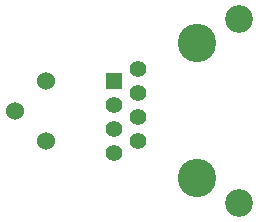
<source format=gbr>
%TF.GenerationSoftware,KiCad,Pcbnew,(5.1.8-0-10_14)*%
%TF.CreationDate,2021-03-11T09:36:11+11:00*%
%TF.ProjectId,Sensor,53656e73-6f72-42e6-9b69-6361645f7063,rev?*%
%TF.SameCoordinates,Original*%
%TF.FileFunction,Soldermask,Top*%
%TF.FilePolarity,Negative*%
%FSLAX46Y46*%
G04 Gerber Fmt 4.6, Leading zero omitted, Abs format (unit mm)*
G04 Created by KiCad (PCBNEW (5.1.8-0-10_14)) date 2021-03-11 09:36:11*
%MOMM*%
%LPD*%
G01*
G04 APERTURE LIST*
%ADD10C,1.524000*%
%ADD11C,2.355000*%
%ADD12C,3.250000*%
%ADD13C,1.398000*%
%ADD14R,1.398000X1.398000*%
G04 APERTURE END LIST*
D10*
%TO.C,D1*%
X208000000Y-83660000D03*
X210600000Y-86200000D03*
X210600000Y-81100000D03*
%TD*%
D11*
%TO.C,J1*%
X226910000Y-75800000D03*
X226910000Y-91400000D03*
D12*
X223400000Y-77885000D03*
X223400000Y-89315000D03*
D13*
X218400000Y-86135000D03*
X216370000Y-87155000D03*
X216370000Y-85125000D03*
X216370000Y-83095000D03*
X218400000Y-84105000D03*
X218400000Y-82075000D03*
X218400000Y-80045000D03*
D14*
X216370000Y-81065000D03*
%TD*%
M02*

</source>
